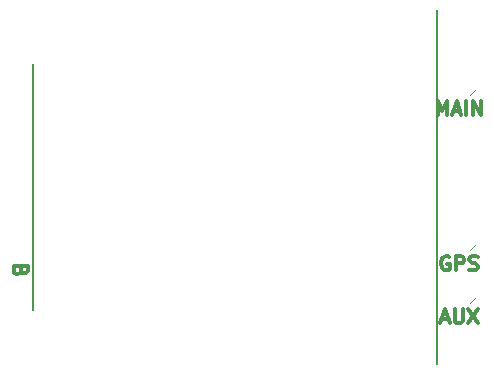
<source format=gto>
G04 #@! TF.FileFunction,Legend,Top*
%FSLAX46Y46*%
G04 Gerber Fmt 4.6, Leading zero omitted, Abs format (unit mm)*
G04 Created by KiCad (PCBNEW 4.0.7) date Fri Mar 16 17:18:46 2018*
%MOMM*%
%LPD*%
G01*
G04 APERTURE LIST*
%ADD10C,0.100000*%
%ADD11C,0.300000*%
%ADD12C,0.150000*%
%ADD13C,0.120000*%
G04 APERTURE END LIST*
D10*
D11*
X157121428Y-88942857D02*
X157121428Y-87742857D01*
X157521428Y-88600000D01*
X157921428Y-87742857D01*
X157921428Y-88942857D01*
X158435714Y-88600000D02*
X159007143Y-88600000D01*
X158321429Y-88942857D02*
X158721429Y-87742857D01*
X159121429Y-88942857D01*
X159521428Y-88942857D02*
X159521428Y-87742857D01*
X160092857Y-88942857D02*
X160092857Y-87742857D01*
X160778572Y-88942857D01*
X160778572Y-87742857D01*
X157464286Y-106200000D02*
X158035715Y-106200000D01*
X157350001Y-106542857D02*
X157750001Y-105342857D01*
X158150001Y-106542857D01*
X158550000Y-105342857D02*
X158550000Y-106314286D01*
X158607143Y-106428571D01*
X158664286Y-106485714D01*
X158778572Y-106542857D01*
X159007143Y-106542857D01*
X159121429Y-106485714D01*
X159178572Y-106428571D01*
X159235715Y-106314286D01*
X159235715Y-105342857D01*
X159692858Y-105342857D02*
X160492858Y-106542857D01*
X160492858Y-105342857D02*
X159692858Y-106542857D01*
X158092858Y-100900000D02*
X157978572Y-100842857D01*
X157807143Y-100842857D01*
X157635715Y-100900000D01*
X157521429Y-101014286D01*
X157464286Y-101128571D01*
X157407143Y-101357143D01*
X157407143Y-101528571D01*
X157464286Y-101757143D01*
X157521429Y-101871429D01*
X157635715Y-101985714D01*
X157807143Y-102042857D01*
X157921429Y-102042857D01*
X158092858Y-101985714D01*
X158150001Y-101928571D01*
X158150001Y-101528571D01*
X157921429Y-101528571D01*
X158664286Y-102042857D02*
X158664286Y-100842857D01*
X159121429Y-100842857D01*
X159235715Y-100900000D01*
X159292858Y-100957143D01*
X159350001Y-101071429D01*
X159350001Y-101242857D01*
X159292858Y-101357143D01*
X159235715Y-101414286D01*
X159121429Y-101471429D01*
X158664286Y-101471429D01*
X159807143Y-101985714D02*
X159978572Y-102042857D01*
X160264286Y-102042857D01*
X160378572Y-101985714D01*
X160435715Y-101928571D01*
X160492858Y-101814286D01*
X160492858Y-101700000D01*
X160435715Y-101585714D01*
X160378572Y-101528571D01*
X160264286Y-101471429D01*
X160035715Y-101414286D01*
X159921429Y-101357143D01*
X159864286Y-101300000D01*
X159807143Y-101185714D01*
X159807143Y-101071429D01*
X159864286Y-100957143D01*
X159921429Y-100900000D01*
X160035715Y-100842857D01*
X160321429Y-100842857D01*
X160492858Y-100900000D01*
D12*
X157050000Y-80000000D02*
X157050000Y-110000000D01*
X122850000Y-84575000D02*
X122850000Y-105425000D01*
D11*
X121835714Y-102085714D02*
X121778571Y-102257143D01*
X121721429Y-102314286D01*
X121607143Y-102371429D01*
X121435714Y-102371429D01*
X121321429Y-102314286D01*
X121264286Y-102257143D01*
X121207143Y-102142857D01*
X121207143Y-101685714D01*
X122407143Y-101685714D01*
X122407143Y-102085714D01*
X122350000Y-102200000D01*
X122292857Y-102257143D01*
X122178571Y-102314286D01*
X122064286Y-102314286D01*
X121950000Y-102257143D01*
X121892857Y-102200000D01*
X121835714Y-102085714D01*
X121835714Y-101685714D01*
D13*
X159850000Y-100300000D02*
X160350000Y-99800000D01*
X159850000Y-104800000D02*
X160350000Y-104300000D01*
X159850000Y-87200000D02*
X160350000Y-86700000D01*
M02*

</source>
